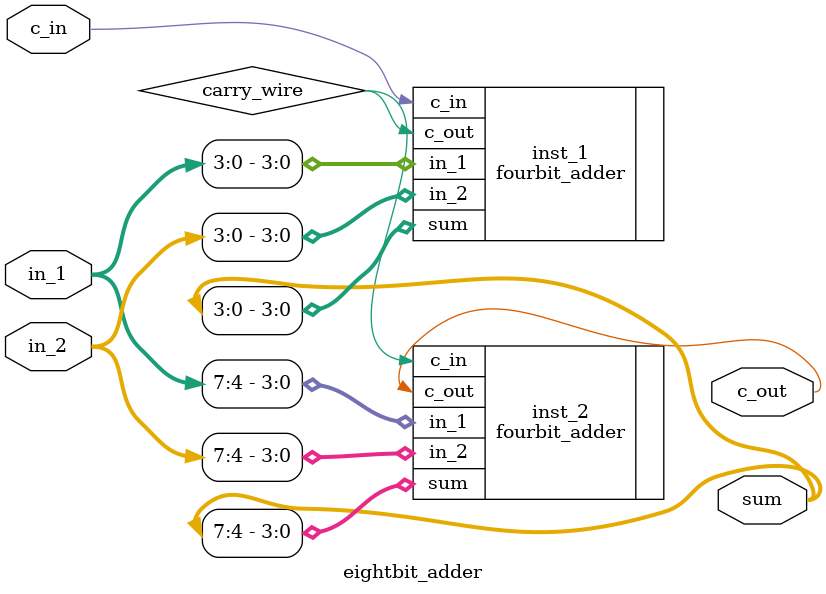
<source format=v>
`timescale 1ns / 1ps
module eightbit_adder(
    input [7:0] in_1,
    input [7:0] in_2,
    input c_in,
    output [7:0] sum,
    output c_out
    );

	wire carry_wire;
	// Instantiate four bit adder 1
	fourbit_adder inst_1(
								.in_1(in_1[3:0]),
								.in_2(in_2[3:0]),
								.c_in(c_in),
								.c_out(carry_wire),
								.sum(sum[3:0])
								);
	// Instantiate four bit adder 2
	fourbit_adder inst_2(
								.in_1(in_1[7:4]),
								.in_2(in_2[7:4]),
								.c_in(carry_wire),
								.c_out(c_out),
								.sum(sum[7:4])
								);

endmodule

</source>
